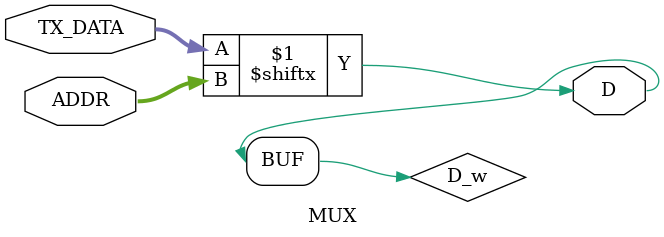
<source format=sv>
`timescale 1ns/100ps

module MUX #(
    parameter int SIZE = 8
) (
    // if there will be SIZE bits of data there will be 2 additional bits for START and STOP
    input [SIZE+1:0] TX_DATA,
    input [$clog2(SIZE):0] ADDR,
    output D
);
// Send LSB first
wire D_w = TX_DATA[ADDR];
assign D = D_w;
endmodule

</source>
